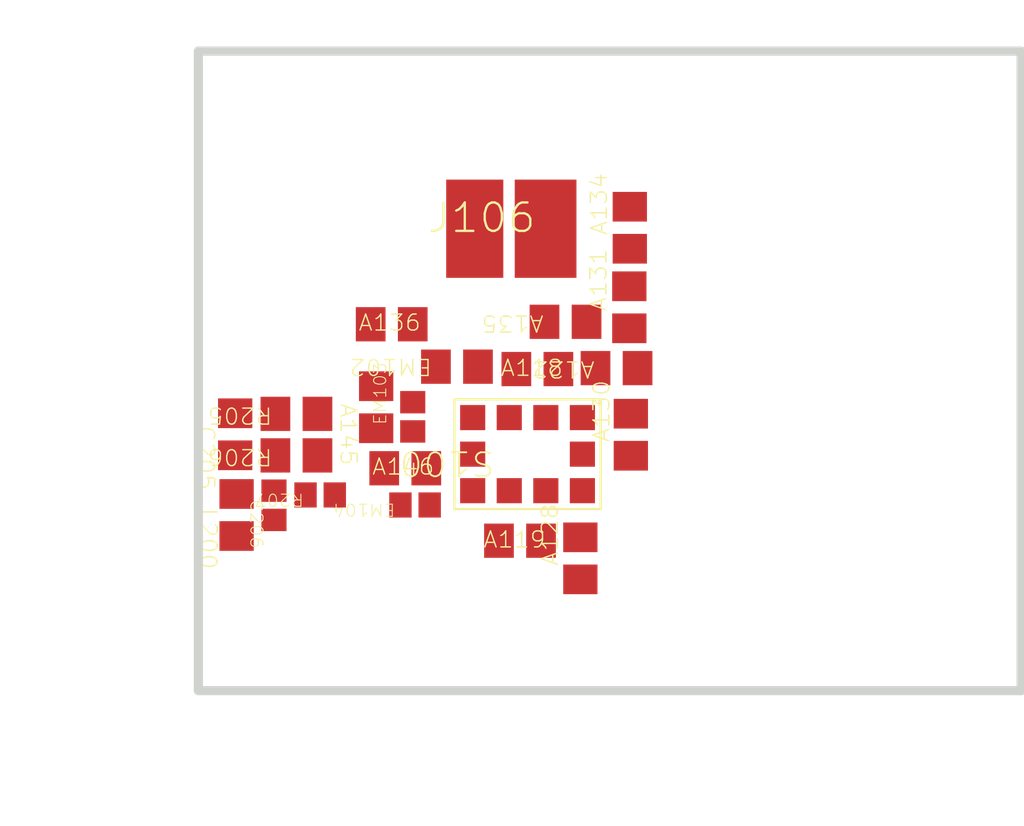
<source format=kicad_pcb>
(kicad_pcb (version 20171130) (host pcbnew "(5.1.0)-1")

  (general
    (thickness 1.6)
    (drawings 4)
    (tracks 0)
    (zones 0)
    (modules 22)
    (nets 21)
  )

  (page A4)
  (layers
    (0 F.Cu signal)
    (31 B.Cu signal)
    (32 B.Adhes user)
    (33 F.Adhes user)
    (34 B.Paste user)
    (35 F.Paste user)
    (36 B.SilkS user)
    (37 F.SilkS user)
    (38 B.Mask user)
    (39 F.Mask user)
    (40 Dwgs.User user)
    (41 Cmts.User user)
    (42 Eco1.User user)
    (43 Eco2.User user)
    (44 Edge.Cuts user)
    (45 Margin user)
    (46 B.CrtYd user)
    (47 F.CrtYd user)
    (48 B.Fab user)
    (49 F.Fab user)
  )

  (setup
    (last_trace_width 0.25)
    (trace_clearance 0.2)
    (zone_clearance 0.508)
    (zone_45_only no)
    (trace_min 0.2)
    (via_size 0.8)
    (via_drill 0.4)
    (via_min_size 0.4)
    (via_min_drill 0.3)
    (uvia_size 0.3)
    (uvia_drill 0.1)
    (uvias_allowed no)
    (uvia_min_size 0.2)
    (uvia_min_drill 0.1)
    (edge_width 0.05)
    (segment_width 0.2)
    (pcb_text_width 0.3)
    (pcb_text_size 1.5 1.5)
    (mod_edge_width 0.12)
    (mod_text_size 1 1)
    (mod_text_width 0.15)
    (pad_size 1.524 1.524)
    (pad_drill 0.762)
    (pad_to_mask_clearance 0.051)
    (solder_mask_min_width 0.25)
    (aux_axis_origin 0 0)
    (visible_elements FFFFFF7F)
    (pcbplotparams
      (layerselection 0x010fc_ffffffff)
      (usegerberextensions false)
      (usegerberattributes false)
      (usegerberadvancedattributes false)
      (creategerberjobfile false)
      (excludeedgelayer true)
      (linewidth 0.150000)
      (plotframeref false)
      (viasonmask false)
      (mode 1)
      (useauxorigin false)
      (hpglpennumber 1)
      (hpglpenspeed 20)
      (hpglpendiameter 15.000000)
      (psnegative false)
      (psa4output false)
      (plotreference true)
      (plotvalue true)
      (plotinvisibletext false)
      (padsonsilk false)
      (subtractmaskfromsilk false)
      (outputformat 1)
      (mirror false)
      (drillshape 1)
      (scaleselection 1)
      (outputdirectory ""))
  )

  (net 0 "")
  (net 1 CDC_MIC4_N)
  (net 2 CDC_MIC4_P)
  (net 3 GND)
  (net 4 N17753078)
  (net 5 N17753084)
  (net 6 N17753221)
  (net 7 N17753329)
  (net 8 N17753375)
  (net 9 N17753406)
  (net 10 N17753412)
  (net 11 N17753435)
  (net 12 N17753447)
  (net 13 N17753582)
  (net 14 N17757419)
  (net 15 N17757474)
  (net 16 N17757493)
  (net 17 SDR_RFFE8_CLK)
  (net 18 SDR_RFFE8_DATA)
  (net 19 VREG_L15B_1P8)
  (net 20 WCD_MIC_BIAS4)

  (net_class Default "This is the default net class."
    (clearance 0.2)
    (trace_width 0.25)
    (via_dia 0.8)
    (via_drill 0.4)
    (uvia_dia 0.3)
    (uvia_drill 0.1)
    (add_net CDC_MIC4_N)
    (add_net CDC_MIC4_P)
    (add_net GND)
    (add_net N17753078)
    (add_net N17753084)
    (add_net N17753221)
    (add_net N17753329)
    (add_net N17753375)
    (add_net N17753406)
    (add_net N17753412)
    (add_net N17753435)
    (add_net N17753447)
    (add_net N17753582)
    (add_net N17757419)
    (add_net N17757474)
    (add_net N17757493)
    (add_net SDR_RFFE8_CLK)
    (add_net SDR_RFFE8_DATA)
    (add_net VREG_L15B_1P8)
    (add_net WCD_MIC_BIAS4)
  )

  (module ANT_1_0X1_7_P2_HT1_45_HD_1 (layer F.Cu) (tedit 0) (tstamp 682E8C7C)
    (at 132.24804 386.94389 270)
    (attr smd)
    (fp_text reference J106 (at -0.119265 0.14683 unlocked) (layer F.SilkS)
      (effects (font (size 0.311029 0.32715) (thickness 0.0254)))
    )
    (fp_text value KEY_2P_ANT_1_0X1_7_P2_HT1_45_HD (at -0.237065 -3.674508 unlocked) (layer F.SilkS) hide
      (effects (font (size 0.311029 0.32715) (thickness 0.0254)))
    )
    (pad 1 smd rect (at 0 -0.55) (size 0.675 1.075) (layers F.Cu F.Paste F.Mask)
      (net 3 GND))
    (pad 2 smd rect (at 0 0.225) (size 0.625 1.075) (layers F.Cu F.Paste F.Mask)
      (net 3 GND))
  )

  (module IND0201-HT0_42_1 (layer F.Cu) (tedit 0) (tstamp 682E8C5F)
    (at 133.17824 390.5519 90)
    (attr smd)
    (fp_text reference A128 (at 0.25967 -0.332335 90 unlocked) (layer F.SilkS)
      (effects (font (size 0.174936 0.184002) (thickness 0.015)))
    )
    (fp_text value INDUCTOR_IND0201-HT0_42_3NH (at 0.133335 1.800023 unlocked) (layer F.SilkS) hide
      (effects (font (size 0.174936 0.184002) (thickness 0.015)))
    )
    (fp_line (start 0.23 0.884) (end 0.535 0.783) (layer B.Fab) (width 0.0254))
    (fp_line (start 3.112 0.15) (end 3.213 0.455) (layer B.Fab) (width 0.0254))
    (fp_line (start 3.112 0.76) (end 3.112 0.15) (layer B.Fab) (width 0.0254))
    (fp_line (start 3.011 0.455) (end 3.112 0.15) (layer B.Fab) (width 0.0254))
    (fp_line (start -0.046 0.15) (end 3.417 0.15) (layer B.Fab) (width 0.0254))
    (fp_line (start 0.554 -0.15) (end 3.417 -0.15) (layer B.Fab) (width 0.0254))
    (fp_line (start 3.011 -0.455) (end 3.112 -0.15) (layer B.Fab) (width 0.0254))
    (fp_line (start 3.112 -0.15) (end 3.213 -0.455) (layer B.Fab) (width 0.0254))
    (fp_line (start 3.112 -0.15) (end 3.112 -0.639) (layer B.Fab) (width 0.0254))
    (fp_line (start 0.23 0.884) (end 0.535 0.985) (layer B.Fab) (width 0.0254))
    (fp_line (start 0.3 1.39) (end 0.992 1.39) (layer B.Fab) (width 0.0254))
    (fp_line (start -0.23 1.189) (end -0.23 0.254) (layer B.Fab) (width 0.0254))
    (fp_line (start 0.3 1.39) (end 0.605 1.289) (layer B.Fab) (width 0.0254))
    (fp_line (start 0.3 1.695) (end 0.3 0.104) (layer B.Fab) (width 0.0254))
    (fp_line (start 0.23 1.189) (end 0.23 0.254) (layer B.Fab) (width 0.0254))
    (fp_line (start -0.3 1.695) (end -0.3 0.404) (layer B.Fab) (width 0.0254))
    (fp_line (start 0.3 1.39) (end 0.605 1.491) (layer B.Fab) (width 0.0254))
    (fp_line (start 0.23 0.884) (end 1.002 0.884) (layer B.Fab) (width 0.0254))
    (fp_line (start -0.535 0.783) (end -0.23 0.884) (layer B.Fab) (width 0.0254))
    (fp_line (start -0.535 0.985) (end -0.23 0.884) (layer B.Fab) (width 0.0254))
    (fp_line (start -0.84 0.884) (end -0.23 0.884) (layer B.Fab) (width 0.0254))
    (fp_line (start -0.605 1.289) (end -0.3 1.39) (layer B.Fab) (width 0.0254))
    (fp_line (start -0.605 1.491) (end -0.3 1.39) (layer B.Fab) (width 0.0254))
    (fp_line (start -0.91 1.39) (end -0.3 1.39) (layer B.Fab) (width 0.0254))
    (pad 1 smd rect (at -0.23 0) (size 0.375 0.325) (layers F.Cu F.Paste F.Mask)
      (net 3 GND))
    (pad 2 smd rect (at 0.23 0) (size 0.375 0.325) (layers F.Cu F.Paste F.Mask)
      (net 8 N17753375))
  )

  (module CAP01005_HT0_22_S0_38_1 (layer F.Cu) (tedit 0) (tstamp 682E8C5A)
    (at 129.82683 389.9711 270)
    (attr smd)
    (fp_text reference C206 (at 0.204 0.19204 270 unlocked) (layer F.SilkS)
      (effects (font (size 0.133299 0.140208) (thickness 0.01016)))
    )
    (fp_text value CAP_NP_CAP01005_HT0_22_S0_38_0. (at -0.1016 -1.5748 unlocked) (layer F.SilkS) hide
      (effects (font (size 0.133299 0.140208) (thickness 0.01016)))
    )
    (pad 1 smd rect (at -0.16 0) (size 0.275 0.245) (layers F.Cu F.Paste F.Mask)
      (net 20 WCD_MIC_BIAS4))
    (pad 2 smd rect (at 0.16 0) (size 0.275 0.245) (layers F.Cu F.Paste F.Mask)
      (net 3 GND))
  )

  (module CAP01005_HT0_22_NM_1 (layer F.Cu) (tedit 0) (tstamp 682E8C55)
    (at 131.34484 389.0027 90)
    (attr smd)
    (fp_text reference EM103 (at 0.2548 -0.3566 90 unlocked) (layer F.SilkS)
      (effects (font (size 0.133299 0.140208) (thickness 0.01016)))
    )
    (fp_text value CAP_NM_CAP01005_HT0_22_NM_NM (at 0.1016 1.4224 unlocked) (layer F.SilkS) hide
      (effects (font (size 0.133299 0.140208) (thickness 0.01016)))
    )
    (pad 1 smd rect (at -0.16 0) (size 0.275 0.245) (layers F.Cu F.Paste F.Mask)
      (net 11 N17753435))
    (pad 2 smd rect (at 0.16 0) (size 0.275 0.245) (layers F.Cu F.Paste F.Mask)
      (net 3 GND))
  )

  (module CAP01005_HT0_22_NM_2 (layer F.Cu) (tedit 0) (tstamp 682E8C50)
    (at 131.37014 389.9677 180)
    (attr smd)
    (fp_text reference EM104 (at 0.5596 -0.0518 180 unlocked) (layer F.SilkS)
      (effects (font (size 0.133299 0.140208) (thickness 0.01016)))
    )
    (fp_text value CAP_NM_CAP01005_HT0_22_NM_NM (at -1.4224 0.1016 unlocked) (layer F.SilkS) hide
      (effects (font (size 0.133299 0.140208) (thickness 0.01016)))
    )
    (pad 1 smd rect (at -0.16 0) (size 0.245 0.275) (layers F.Cu F.Paste F.Mask)
      (net 12 N17753447))
    (pad 2 smd rect (at 0.16 0) (size 0.245 0.275) (layers F.Cu F.Paste F.Mask)
      (net 3 GND))
  )

  (module RES01005_HT0_15_S0_38_1 (layer F.Cu) (tedit 0) (tstamp 682E8C4B)
    (at 130.33204 389.8579 180)
    (attr smd)
    (fp_text reference R207 (at 0.44784 -0.0518 180 unlocked) (layer F.SilkS)
      (effects (font (size 0.133299 0.140208) (thickness 0.01016)))
    )
    (fp_text value RES_RES01005_HT0_15_S0_38_0OHM (at -1.524 0.1016 unlocked) (layer F.SilkS) hide
      (effects (font (size 0.133299 0.140208) (thickness 0.01016)))
    )
    (pad 1 smd rect (at -0.16 0) (size 0.245 0.275) (layers F.Cu F.Paste F.Mask)
      (net 16 N17757493))
    (pad 2 smd rect (at 0.16 0) (size 0.245 0.275) (layers F.Cu F.Paste F.Mask)
      (net 3 GND))
  )

  (module CAP0201-HT0_33_NM_1 (layer F.Cu) (tedit 0) (tstamp 682E8C2E)
    (at 133.71934 386.93311 90)
    (attr smd)
    (fp_text reference A134 (at 0.25967 -0.337335 90 unlocked) (layer F.SilkS)
      (effects (font (size 0.174936 0.184002) (thickness 0.015)))
    )
    (fp_text value CAP_NM_CAP0201-HT0_33_NM_NM (at 0.133335 1.800023 unlocked) (layer F.SilkS) hide
      (effects (font (size 0.174936 0.184002) (thickness 0.015)))
    )
    (fp_line (start 2.226 0.15) (end 2.328 0.455) (layer B.Fab) (width 0.0254))
    (fp_line (start 0.23 0.636) (end 0.84 0.636) (layer B.Fab) (width 0.0254))
    (fp_line (start 2.226 0.573) (end 2.226 0.15) (layer B.Fab) (width 0.0254))
    (fp_line (start 2.125 0.455) (end 2.226 0.15) (layer B.Fab) (width 0.0254))
    (fp_line (start 0.554 0.15) (end 2.48 0.15) (layer B.Fab) (width 0.0254))
    (fp_line (start 0.23 0.636) (end 0.535 0.535) (layer B.Fab) (width 0.0254))
    (fp_line (start 2.125 -0.455) (end 2.226 -0.15) (layer B.Fab) (width 0.0254))
    (fp_line (start 0.554 -0.15) (end 2.48 -0.15) (layer B.Fab) (width 0.0254))
    (fp_line (start 2.226 -0.15) (end 2.328 -0.455) (layer B.Fab) (width 0.0254))
    (fp_line (start 2.226 -0.15) (end 2.226 -0.76) (layer B.Fab) (width 0.0254))
    (fp_line (start 0.23 0.89) (end 0.23 0.254) (layer B.Fab) (width 0.0254))
    (fp_line (start 0.3 1.272) (end 0.91 1.272) (layer B.Fab) (width 0.0254))
    (fp_line (start -0.23 0.89) (end -0.23 0.254) (layer B.Fab) (width 0.0254))
    (fp_line (start 0.3 1.272) (end 0.605 1.171) (layer B.Fab) (width 0.0254))
    (fp_line (start 0.3 1.272) (end 0.605 1.374) (layer B.Fab) (width 0.0254))
    (fp_line (start -0.3 1.526) (end -0.3 0.404) (layer B.Fab) (width 0.0254))
    (fp_line (start -0.535 0.535) (end -0.23 0.636) (layer B.Fab) (width 0.0254))
    (fp_line (start -0.535 0.738) (end -0.23 0.636) (layer B.Fab) (width 0.0254))
    (fp_line (start -0.841 0.636) (end -0.23 0.636) (layer B.Fab) (width 0.0254))
    (fp_line (start -0.605 1.171) (end -0.3 1.272) (layer B.Fab) (width 0.0254))
    (fp_line (start -0.605 1.374) (end -0.3 1.272) (layer B.Fab) (width 0.0254))
    (fp_line (start -0.841 1.272) (end -0.3 1.272) (layer B.Fab) (width 0.0254))
    (fp_line (start 0.23 0.636) (end 0.535 0.738) (layer B.Fab) (width 0.0254))
    (fp_line (start 0.3 1.526) (end 0.3 0.404) (layer B.Fab) (width 0.0254))
    (pad 1 smd rect (at -0.23 0) (size 0.375 0.325) (layers F.Cu F.Paste F.Mask)
      (net 13 N17753582))
    (pad 2 smd rect (at 0.23 0) (size 0.375 0.325) (layers F.Cu F.Paste F.Mask)
      (net 3 GND))
  )

  (module CAP0201-HT0_33_NM_2 (layer F.Cu) (tedit 0) (tstamp 682E8C11)
    (at 133.01613 387.9626 180)
    (attr smd)
    (fp_text reference A135 (at 0.57967 -0.017335 180 unlocked) (layer F.SilkS)
      (effects (font (size 0.174936 0.184002) (thickness 0.015)))
    )
    (fp_text value CAP_NM_CAP0201-HT0_33_NM_NM (at -1.800023 0.133335 unlocked) (layer F.SilkS) hide
      (effects (font (size 0.174936 0.184002) (thickness 0.015)))
    )
    (fp_line (start 2.226 0.15) (end 2.328 0.455) (layer B.Fab) (width 0.0254))
    (fp_line (start 0.23 0.636) (end 0.84 0.636) (layer B.Fab) (width 0.0254))
    (fp_line (start 2.226 0.573) (end 2.226 0.15) (layer B.Fab) (width 0.0254))
    (fp_line (start 2.125 0.455) (end 2.226 0.15) (layer B.Fab) (width 0.0254))
    (fp_line (start 0.554 0.15) (end 2.48 0.15) (layer B.Fab) (width 0.0254))
    (fp_line (start 0.23 0.636) (end 0.535 0.535) (layer B.Fab) (width 0.0254))
    (fp_line (start 2.125 -0.455) (end 2.226 -0.15) (layer B.Fab) (width 0.0254))
    (fp_line (start 0.554 -0.15) (end 2.48 -0.15) (layer B.Fab) (width 0.0254))
    (fp_line (start 2.226 -0.15) (end 2.328 -0.455) (layer B.Fab) (width 0.0254))
    (fp_line (start 2.226 -0.15) (end 2.226 -0.76) (layer B.Fab) (width 0.0254))
    (fp_line (start 0.23 0.89) (end 0.23 0.254) (layer B.Fab) (width 0.0254))
    (fp_line (start 0.3 1.272) (end 0.91 1.272) (layer B.Fab) (width 0.0254))
    (fp_line (start -0.23 0.89) (end -0.23 0.254) (layer B.Fab) (width 0.0254))
    (fp_line (start 0.3 1.272) (end 0.605 1.171) (layer B.Fab) (width 0.0254))
    (fp_line (start 0.3 1.272) (end 0.605 1.374) (layer B.Fab) (width 0.0254))
    (fp_line (start -0.3 1.526) (end -0.3 0.404) (layer B.Fab) (width 0.0254))
    (fp_line (start -0.535 0.535) (end -0.23 0.636) (layer B.Fab) (width 0.0254))
    (fp_line (start -0.535 0.738) (end -0.23 0.636) (layer B.Fab) (width 0.0254))
    (fp_line (start -0.841 0.636) (end -0.23 0.636) (layer B.Fab) (width 0.0254))
    (fp_line (start -0.605 1.171) (end -0.3 1.272) (layer B.Fab) (width 0.0254))
    (fp_line (start -0.605 1.374) (end -0.3 1.272) (layer B.Fab) (width 0.0254))
    (fp_line (start -0.841 1.272) (end -0.3 1.272) (layer B.Fab) (width 0.0254))
    (fp_line (start 0.23 0.636) (end 0.535 0.738) (layer B.Fab) (width 0.0254))
    (fp_line (start 0.3 1.526) (end 0.3 0.404) (layer B.Fab) (width 0.0254))
    (pad 1 smd rect (at -0.23 0) (size 0.325 0.375) (layers F.Cu F.Paste F.Mask)
      (net 4 N17753078))
    (pad 2 smd rect (at 0.23 0) (size 0.325 0.375) (layers F.Cu F.Paste F.Mask)
      (net 3 GND))
  )

  (module CAP0201-HT0_33_1 (layer F.Cu) (tedit 0) (tstamp 682E8BF4)
    (at 133.73073 389.19859 90)
    (attr smd)
    (fp_text reference A130 (at 0.25767 -0.321335 90 unlocked) (layer F.SilkS)
      (effects (font (size 0.174936 0.184002) (thickness 0.015)))
    )
    (fp_text value CAP_NP_CAP0201-HT0_33_0.4PF (at 0.133335 1.800023 unlocked) (layer F.SilkS) hide
      (effects (font (size 0.174936 0.184002) (thickness 0.015)))
    )
    (fp_line (start 2.226 0.15) (end 2.328 0.455) (layer B.Fab) (width 0.0254))
    (fp_line (start 0.23 0.636) (end 0.84 0.636) (layer B.Fab) (width 0.0254))
    (fp_line (start 2.226 0.573) (end 2.226 0.15) (layer B.Fab) (width 0.0254))
    (fp_line (start 2.125 0.455) (end 2.226 0.15) (layer B.Fab) (width 0.0254))
    (fp_line (start 0.554 0.15) (end 2.48 0.15) (layer B.Fab) (width 0.0254))
    (fp_line (start 0.23 0.636) (end 0.535 0.535) (layer B.Fab) (width 0.0254))
    (fp_line (start 2.125 -0.455) (end 2.226 -0.15) (layer B.Fab) (width 0.0254))
    (fp_line (start 0.554 -0.15) (end 2.48 -0.15) (layer B.Fab) (width 0.0254))
    (fp_line (start 2.226 -0.15) (end 2.328 -0.455) (layer B.Fab) (width 0.0254))
    (fp_line (start 2.226 -0.15) (end 2.226 -0.76) (layer B.Fab) (width 0.0254))
    (fp_line (start 0.23 0.89) (end 0.23 0.254) (layer B.Fab) (width 0.0254))
    (fp_line (start 0.3 1.272) (end 0.91 1.272) (layer B.Fab) (width 0.0254))
    (fp_line (start -0.23 0.89) (end -0.23 0.254) (layer B.Fab) (width 0.0254))
    (fp_line (start 0.3 1.272) (end 0.605 1.171) (layer B.Fab) (width 0.0254))
    (fp_line (start 0.3 1.272) (end 0.605 1.374) (layer B.Fab) (width 0.0254))
    (fp_line (start -0.3 1.526) (end -0.3 0.404) (layer B.Fab) (width 0.0254))
    (fp_line (start -0.535 0.535) (end -0.23 0.636) (layer B.Fab) (width 0.0254))
    (fp_line (start -0.535 0.738) (end -0.23 0.636) (layer B.Fab) (width 0.0254))
    (fp_line (start -0.841 0.636) (end -0.23 0.636) (layer B.Fab) (width 0.0254))
    (fp_line (start -0.605 1.171) (end -0.3 1.272) (layer B.Fab) (width 0.0254))
    (fp_line (start -0.605 1.374) (end -0.3 1.272) (layer B.Fab) (width 0.0254))
    (fp_line (start -0.841 1.272) (end -0.3 1.272) (layer B.Fab) (width 0.0254))
    (fp_line (start 0.23 0.636) (end 0.535 0.738) (layer B.Fab) (width 0.0254))
    (fp_line (start 0.3 1.526) (end 0.3 0.404) (layer B.Fab) (width 0.0254))
    (pad 1 smd rect (at -0.23 0) (size 0.375 0.325) (layers F.Cu F.Paste F.Mask)
      (net 10 N17753412))
    (pad 2 smd rect (at 0.23 0) (size 0.375 0.325) (layers F.Cu F.Paste F.Mask)
      (net 4 N17753078))
  )

  (module CAP0201-HT0_33_3 (layer F.Cu) (tedit 0) (tstamp 682E8BD7)
    (at 131.82854 388.4538 180)
    (attr smd)
    (fp_text reference EM102 (at 0.724338 -0.001335 180 unlocked) (layer F.SilkS)
      (effects (font (size 0.174936 0.184002) (thickness 0.015)))
    )
    (fp_text value CAP_NP_CAP0201-HT0_33_100PF (at -1.800023 0.133335 unlocked) (layer F.SilkS) hide
      (effects (font (size 0.174936 0.184002) (thickness 0.015)))
    )
    (fp_line (start 2.226 0.15) (end 2.328 0.455) (layer B.Fab) (width 0.0254))
    (fp_line (start 0.23 0.636) (end 0.84 0.636) (layer B.Fab) (width 0.0254))
    (fp_line (start 2.226 0.573) (end 2.226 0.15) (layer B.Fab) (width 0.0254))
    (fp_line (start 2.125 0.455) (end 2.226 0.15) (layer B.Fab) (width 0.0254))
    (fp_line (start 0.554 0.15) (end 2.48 0.15) (layer B.Fab) (width 0.0254))
    (fp_line (start 0.23 0.636) (end 0.535 0.535) (layer B.Fab) (width 0.0254))
    (fp_line (start 2.125 -0.455) (end 2.226 -0.15) (layer B.Fab) (width 0.0254))
    (fp_line (start 0.554 -0.15) (end 2.48 -0.15) (layer B.Fab) (width 0.0254))
    (fp_line (start 2.226 -0.15) (end 2.328 -0.455) (layer B.Fab) (width 0.0254))
    (fp_line (start 2.226 -0.15) (end 2.226 -0.76) (layer B.Fab) (width 0.0254))
    (fp_line (start 0.23 0.89) (end 0.23 0.254) (layer B.Fab) (width 0.0254))
    (fp_line (start 0.3 1.272) (end 0.91 1.272) (layer B.Fab) (width 0.0254))
    (fp_line (start -0.23 0.89) (end -0.23 0.254) (layer B.Fab) (width 0.0254))
    (fp_line (start 0.3 1.272) (end 0.605 1.171) (layer B.Fab) (width 0.0254))
    (fp_line (start 0.3 1.272) (end 0.605 1.374) (layer B.Fab) (width 0.0254))
    (fp_line (start -0.3 1.526) (end -0.3 0.404) (layer B.Fab) (width 0.0254))
    (fp_line (start -0.535 0.535) (end -0.23 0.636) (layer B.Fab) (width 0.0254))
    (fp_line (start -0.535 0.738) (end -0.23 0.636) (layer B.Fab) (width 0.0254))
    (fp_line (start -0.841 0.636) (end -0.23 0.636) (layer B.Fab) (width 0.0254))
    (fp_line (start -0.605 1.171) (end -0.3 1.272) (layer B.Fab) (width 0.0254))
    (fp_line (start -0.605 1.374) (end -0.3 1.272) (layer B.Fab) (width 0.0254))
    (fp_line (start -0.841 1.272) (end -0.3 1.272) (layer B.Fab) (width 0.0254))
    (fp_line (start 0.23 0.636) (end 0.535 0.738) (layer B.Fab) (width 0.0254))
    (fp_line (start 0.3 1.526) (end 0.3 0.404) (layer B.Fab) (width 0.0254))
    (pad 1 smd rect (at -0.23 0) (size 0.325 0.375) (layers F.Cu F.Paste F.Mask)
      (net 9 N17753406))
    (pad 2 smd rect (at 0.23 0) (size 0.325 0.375) (layers F.Cu F.Paste F.Mask)
      (net 3 GND))
  )

  (module CAP0201-HT0_33_4 (layer F.Cu) (tedit 0) (tstamp 682E8BBA)
    (at 129.40255 389.19389 270)
    (attr smd)
    (fp_text reference C205 (at 0.25767 0.318665 270 unlocked) (layer F.SilkS)
      (effects (font (size 0.174936 0.184002) (thickness 0.015)))
    )
    (fp_text value CAP_NP_CAP0201-HT0_33_33PF (at -0.133335 -1.733355 unlocked) (layer F.SilkS) hide
      (effects (font (size 0.174936 0.184002) (thickness 0.015)))
    )
    (fp_line (start 2.226 0.15) (end 2.328 0.455) (layer B.Fab) (width 0.0254))
    (fp_line (start 0.23 0.636) (end 0.84 0.636) (layer B.Fab) (width 0.0254))
    (fp_line (start 2.226 0.573) (end 2.226 0.15) (layer B.Fab) (width 0.0254))
    (fp_line (start 2.125 0.455) (end 2.226 0.15) (layer B.Fab) (width 0.0254))
    (fp_line (start 0.554 0.15) (end 2.48 0.15) (layer B.Fab) (width 0.0254))
    (fp_line (start 0.23 0.636) (end 0.535 0.535) (layer B.Fab) (width 0.0254))
    (fp_line (start 2.125 -0.455) (end 2.226 -0.15) (layer B.Fab) (width 0.0254))
    (fp_line (start 0.554 -0.15) (end 2.48 -0.15) (layer B.Fab) (width 0.0254))
    (fp_line (start 2.226 -0.15) (end 2.328 -0.455) (layer B.Fab) (width 0.0254))
    (fp_line (start 2.226 -0.15) (end 2.226 -0.76) (layer B.Fab) (width 0.0254))
    (fp_line (start 0.23 0.89) (end 0.23 0.254) (layer B.Fab) (width 0.0254))
    (fp_line (start 0.3 1.272) (end 0.91 1.272) (layer B.Fab) (width 0.0254))
    (fp_line (start -0.23 0.89) (end -0.23 0.254) (layer B.Fab) (width 0.0254))
    (fp_line (start 0.3 1.272) (end 0.605 1.171) (layer B.Fab) (width 0.0254))
    (fp_line (start 0.3 1.272) (end 0.605 1.374) (layer B.Fab) (width 0.0254))
    (fp_line (start -0.3 1.526) (end -0.3 0.404) (layer B.Fab) (width 0.0254))
    (fp_line (start -0.535 0.535) (end -0.23 0.636) (layer B.Fab) (width 0.0254))
    (fp_line (start -0.535 0.738) (end -0.23 0.636) (layer B.Fab) (width 0.0254))
    (fp_line (start -0.841 0.636) (end -0.23 0.636) (layer B.Fab) (width 0.0254))
    (fp_line (start -0.605 1.171) (end -0.3 1.272) (layer B.Fab) (width 0.0254))
    (fp_line (start -0.605 1.374) (end -0.3 1.272) (layer B.Fab) (width 0.0254))
    (fp_line (start -0.841 1.272) (end -0.3 1.272) (layer B.Fab) (width 0.0254))
    (fp_line (start 0.23 0.636) (end 0.535 0.738) (layer B.Fab) (width 0.0254))
    (fp_line (start 0.3 1.526) (end 0.3 0.404) (layer B.Fab) (width 0.0254))
    (pad 1 smd rect (at -0.23 0) (size 0.375 0.325) (layers F.Cu F.Paste F.Mask)
      (net 2 CDC_MIC4_P))
    (pad 2 smd rect (at 0.23 0) (size 0.375 0.325) (layers F.Cu F.Paste F.Mask)
      (net 1 CDC_MIC4_N))
  )

  (module IND0201-HT0_35_1 (layer F.Cu) (tedit 0) (tstamp 682E8B9D)
    (at 133.57413 388.4698 180)
    (attr smd)
    (fp_text reference A122 (at 0.57967 -0.012335 180 unlocked) (layer F.SilkS)
      (effects (font (size 0.174936 0.184002) (thickness 0.015)))
    )
    (fp_text value INDUCTOR_IND0201-HT0_35_1NH (at -1.800023 0.133335 unlocked) (layer F.SilkS) hide
      (effects (font (size 0.174936 0.184002) (thickness 0.015)))
    )
    (fp_line (start 0.23 0.884) (end 0.535 0.783) (layer B.Fab) (width 0.0254))
    (fp_line (start 3.112 0.15) (end 3.213 0.455) (layer B.Fab) (width 0.0254))
    (fp_line (start 3.112 0.76) (end 3.112 0.15) (layer B.Fab) (width 0.0254))
    (fp_line (start 3.011 0.455) (end 3.112 0.15) (layer B.Fab) (width 0.0254))
    (fp_line (start -0.046 0.15) (end 3.417 0.15) (layer B.Fab) (width 0.0254))
    (fp_line (start 0.554 -0.15) (end 3.417 -0.15) (layer B.Fab) (width 0.0254))
    (fp_line (start 3.011 -0.455) (end 3.112 -0.15) (layer B.Fab) (width 0.0254))
    (fp_line (start 3.112 -0.15) (end 3.213 -0.455) (layer B.Fab) (width 0.0254))
    (fp_line (start 3.112 -0.15) (end 3.112 -0.639) (layer B.Fab) (width 0.0254))
    (fp_line (start 0.23 0.884) (end 0.535 0.985) (layer B.Fab) (width 0.0254))
    (fp_line (start 0.3 1.39) (end 0.992 1.39) (layer B.Fab) (width 0.0254))
    (fp_line (start -0.23 1.189) (end -0.23 0.254) (layer B.Fab) (width 0.0254))
    (fp_line (start 0.3 1.39) (end 0.605 1.289) (layer B.Fab) (width 0.0254))
    (fp_line (start 0.3 1.695) (end 0.3 0.104) (layer B.Fab) (width 0.0254))
    (fp_line (start 0.23 1.189) (end 0.23 0.254) (layer B.Fab) (width 0.0254))
    (fp_line (start -0.3 1.695) (end -0.3 0.404) (layer B.Fab) (width 0.0254))
    (fp_line (start 0.3 1.39) (end 0.605 1.491) (layer B.Fab) (width 0.0254))
    (fp_line (start 0.23 0.884) (end 1.002 0.884) (layer B.Fab) (width 0.0254))
    (fp_line (start -0.535 0.783) (end -0.23 0.884) (layer B.Fab) (width 0.0254))
    (fp_line (start -0.535 0.985) (end -0.23 0.884) (layer B.Fab) (width 0.0254))
    (fp_line (start -0.84 0.884) (end -0.23 0.884) (layer B.Fab) (width 0.0254))
    (fp_line (start -0.605 1.289) (end -0.3 1.39) (layer B.Fab) (width 0.0254))
    (fp_line (start -0.605 1.491) (end -0.3 1.39) (layer B.Fab) (width 0.0254))
    (fp_line (start -0.91 1.39) (end -0.3 1.39) (layer B.Fab) (width 0.0254))
    (pad 1 smd rect (at -0.23 0) (size 0.325 0.375) (layers F.Cu F.Paste F.Mask)
      (net 4 N17753078))
    (pad 2 smd rect (at 0.23 0) (size 0.325 0.375) (layers F.Cu F.Paste F.Mask)
      (net 5 N17753084))
  )

  (module IND0201-HT0_35_2 (layer F.Cu) (tedit 0) (tstamp 682E8B80)
    (at 132.70824 388.4801)
    (attr smd)
    (fp_text reference A118 (at -0.06033 -0.012335 unlocked) (layer F.SilkS)
      (effects (font (size 0.174936 0.184002) (thickness 0.015)))
    )
    (fp_text value INDUCTOR_IND0201-HT0_35_11NH (at 1.86669 -0.133335 unlocked) (layer F.SilkS) hide
      (effects (font (size 0.174936 0.184002) (thickness 0.015)))
    )
    (fp_line (start 0.23 0.884) (end 0.535 0.783) (layer B.Fab) (width 0.0254))
    (fp_line (start 3.112 0.15) (end 3.213 0.455) (layer B.Fab) (width 0.0254))
    (fp_line (start 3.112 0.76) (end 3.112 0.15) (layer B.Fab) (width 0.0254))
    (fp_line (start 3.011 0.455) (end 3.112 0.15) (layer B.Fab) (width 0.0254))
    (fp_line (start -0.046 0.15) (end 3.417 0.15) (layer B.Fab) (width 0.0254))
    (fp_line (start 0.554 -0.15) (end 3.417 -0.15) (layer B.Fab) (width 0.0254))
    (fp_line (start 3.011 -0.455) (end 3.112 -0.15) (layer B.Fab) (width 0.0254))
    (fp_line (start 3.112 -0.15) (end 3.213 -0.455) (layer B.Fab) (width 0.0254))
    (fp_line (start 3.112 -0.15) (end 3.112 -0.639) (layer B.Fab) (width 0.0254))
    (fp_line (start 0.23 0.884) (end 0.535 0.985) (layer B.Fab) (width 0.0254))
    (fp_line (start 0.3 1.39) (end 0.992 1.39) (layer B.Fab) (width 0.0254))
    (fp_line (start -0.23 1.189) (end -0.23 0.254) (layer B.Fab) (width 0.0254))
    (fp_line (start 0.3 1.39) (end 0.605 1.289) (layer B.Fab) (width 0.0254))
    (fp_line (start 0.3 1.695) (end 0.3 0.104) (layer B.Fab) (width 0.0254))
    (fp_line (start 0.23 1.189) (end 0.23 0.254) (layer B.Fab) (width 0.0254))
    (fp_line (start -0.3 1.695) (end -0.3 0.404) (layer B.Fab) (width 0.0254))
    (fp_line (start 0.3 1.39) (end 0.605 1.491) (layer B.Fab) (width 0.0254))
    (fp_line (start 0.23 0.884) (end 1.002 0.884) (layer B.Fab) (width 0.0254))
    (fp_line (start -0.535 0.783) (end -0.23 0.884) (layer B.Fab) (width 0.0254))
    (fp_line (start -0.535 0.985) (end -0.23 0.884) (layer B.Fab) (width 0.0254))
    (fp_line (start -0.84 0.884) (end -0.23 0.884) (layer B.Fab) (width 0.0254))
    (fp_line (start -0.605 1.289) (end -0.3 1.39) (layer B.Fab) (width 0.0254))
    (fp_line (start -0.605 1.491) (end -0.3 1.39) (layer B.Fab) (width 0.0254))
    (fp_line (start -0.91 1.39) (end -0.3 1.39) (layer B.Fab) (width 0.0254))
    (pad 1 smd rect (at -0.23 0) (size 0.325 0.375) (layers F.Cu F.Paste F.Mask)
      (net 3 GND))
    (pad 2 smd rect (at 0.23 0) (size 0.325 0.375) (layers F.Cu F.Paste F.Mask)
      (net 7 N17753329))
  )

  (module IND0201-HT0_35_3 (layer F.Cu) (tedit 0) (tstamp 682E8B63)
    (at 132.51813 390.3587)
    (attr smd)
    (fp_text reference A119 (at -0.06033 -0.012335 unlocked) (layer F.SilkS)
      (effects (font (size 0.174936 0.184002) (thickness 0.015)))
    )
    (fp_text value INDUCTOR_IND0201-HT0_35_5.6NH (at 1.933358 -0.133335 unlocked) (layer F.SilkS) hide
      (effects (font (size 0.174936 0.184002) (thickness 0.015)))
    )
    (fp_line (start 0.23 0.884) (end 0.535 0.783) (layer B.Fab) (width 0.0254))
    (fp_line (start 3.112 0.15) (end 3.213 0.455) (layer B.Fab) (width 0.0254))
    (fp_line (start 3.112 0.76) (end 3.112 0.15) (layer B.Fab) (width 0.0254))
    (fp_line (start 3.011 0.455) (end 3.112 0.15) (layer B.Fab) (width 0.0254))
    (fp_line (start -0.046 0.15) (end 3.417 0.15) (layer B.Fab) (width 0.0254))
    (fp_line (start 0.554 -0.15) (end 3.417 -0.15) (layer B.Fab) (width 0.0254))
    (fp_line (start 3.011 -0.455) (end 3.112 -0.15) (layer B.Fab) (width 0.0254))
    (fp_line (start 3.112 -0.15) (end 3.213 -0.455) (layer B.Fab) (width 0.0254))
    (fp_line (start 3.112 -0.15) (end 3.112 -0.639) (layer B.Fab) (width 0.0254))
    (fp_line (start 0.23 0.884) (end 0.535 0.985) (layer B.Fab) (width 0.0254))
    (fp_line (start 0.3 1.39) (end 0.992 1.39) (layer B.Fab) (width 0.0254))
    (fp_line (start -0.23 1.189) (end -0.23 0.254) (layer B.Fab) (width 0.0254))
    (fp_line (start 0.3 1.39) (end 0.605 1.289) (layer B.Fab) (width 0.0254))
    (fp_line (start 0.3 1.695) (end 0.3 0.104) (layer B.Fab) (width 0.0254))
    (fp_line (start 0.23 1.189) (end 0.23 0.254) (layer B.Fab) (width 0.0254))
    (fp_line (start -0.3 1.695) (end -0.3 0.404) (layer B.Fab) (width 0.0254))
    (fp_line (start 0.3 1.39) (end 0.605 1.491) (layer B.Fab) (width 0.0254))
    (fp_line (start 0.23 0.884) (end 1.002 0.884) (layer B.Fab) (width 0.0254))
    (fp_line (start -0.535 0.783) (end -0.23 0.884) (layer B.Fab) (width 0.0254))
    (fp_line (start -0.535 0.985) (end -0.23 0.884) (layer B.Fab) (width 0.0254))
    (fp_line (start -0.84 0.884) (end -0.23 0.884) (layer B.Fab) (width 0.0254))
    (fp_line (start -0.605 1.289) (end -0.3 1.39) (layer B.Fab) (width 0.0254))
    (fp_line (start -0.605 1.491) (end -0.3 1.39) (layer B.Fab) (width 0.0254))
    (fp_line (start -0.91 1.39) (end -0.3 1.39) (layer B.Fab) (width 0.0254))
    (pad 1 smd rect (at -0.23 0) (size 0.325 0.375) (layers F.Cu F.Paste F.Mask)
      (net 3 GND))
    (pad 2 smd rect (at 0.23 0) (size 0.325 0.375) (layers F.Cu F.Paste F.Mask)
      (net 6 N17753221))
  )

  (module IND0201-HT0_35_4 (layer F.Cu) (tedit 0) (tstamp 682E8B46)
    (at 129.41804 390.07739 270)
    (attr smd)
    (fp_text reference L200 (at 0.25967 0.307665 270 unlocked) (layer F.SilkS)
      (effects (font (size 0.174936 0.184002) (thickness 0.015)))
    )
    (fp_text value INDUCTOR_IND0201-HT0_35_180NH (at -0.133335 -1.933358 unlocked) (layer F.SilkS) hide
      (effects (font (size 0.174936 0.184002) (thickness 0.015)))
    )
    (fp_line (start 0.23 0.884) (end 0.535 0.783) (layer B.Fab) (width 0.0254))
    (fp_line (start 3.112 0.15) (end 3.213 0.455) (layer B.Fab) (width 0.0254))
    (fp_line (start 3.112 0.76) (end 3.112 0.15) (layer B.Fab) (width 0.0254))
    (fp_line (start 3.011 0.455) (end 3.112 0.15) (layer B.Fab) (width 0.0254))
    (fp_line (start -0.046 0.15) (end 3.417 0.15) (layer B.Fab) (width 0.0254))
    (fp_line (start 0.554 -0.15) (end 3.417 -0.15) (layer B.Fab) (width 0.0254))
    (fp_line (start 3.011 -0.455) (end 3.112 -0.15) (layer B.Fab) (width 0.0254))
    (fp_line (start 3.112 -0.15) (end 3.213 -0.455) (layer B.Fab) (width 0.0254))
    (fp_line (start 3.112 -0.15) (end 3.112 -0.639) (layer B.Fab) (width 0.0254))
    (fp_line (start 0.23 0.884) (end 0.535 0.985) (layer B.Fab) (width 0.0254))
    (fp_line (start 0.3 1.39) (end 0.992 1.39) (layer B.Fab) (width 0.0254))
    (fp_line (start -0.23 1.189) (end -0.23 0.254) (layer B.Fab) (width 0.0254))
    (fp_line (start 0.3 1.39) (end 0.605 1.289) (layer B.Fab) (width 0.0254))
    (fp_line (start 0.3 1.695) (end 0.3 0.104) (layer B.Fab) (width 0.0254))
    (fp_line (start 0.23 1.189) (end 0.23 0.254) (layer B.Fab) (width 0.0254))
    (fp_line (start -0.3 1.695) (end -0.3 0.404) (layer B.Fab) (width 0.0254))
    (fp_line (start 0.3 1.39) (end 0.605 1.491) (layer B.Fab) (width 0.0254))
    (fp_line (start 0.23 0.884) (end 1.002 0.884) (layer B.Fab) (width 0.0254))
    (fp_line (start -0.535 0.783) (end -0.23 0.884) (layer B.Fab) (width 0.0254))
    (fp_line (start -0.535 0.985) (end -0.23 0.884) (layer B.Fab) (width 0.0254))
    (fp_line (start -0.84 0.884) (end -0.23 0.884) (layer B.Fab) (width 0.0254))
    (fp_line (start -0.605 1.289) (end -0.3 1.39) (layer B.Fab) (width 0.0254))
    (fp_line (start -0.605 1.491) (end -0.3 1.39) (layer B.Fab) (width 0.0254))
    (fp_line (start -0.91 1.39) (end -0.3 1.39) (layer B.Fab) (width 0.0254))
    (pad 1 smd rect (at -0.23 0) (size 0.375 0.325) (layers F.Cu F.Paste F.Mask)
      (net 20 WCD_MIC_BIAS4))
    (pad 2 smd rect (at 0.23 0) (size 0.375 0.325) (layers F.Cu F.Paste F.Mask)
      (net 15 N17757474))
  )

  (module RES0201-HT0_23_HD_1 (layer F.Cu) (tedit 0) (tstamp 682E8B29)
    (at 133.71393 387.8038 90)
    (attr smd)
    (fp_text reference A131 (at 0.29767 -0.337335 90 unlocked) (layer F.SilkS)
      (effects (font (size 0.174936 0.184002) (thickness 0.015)))
    )
    (fp_text value RES_RES0201-HT0_23_HD_0OHM (at 0.133335 1.733355 unlocked) (layer F.SilkS) hide
      (effects (font (size 0.174936 0.184002) (thickness 0.015)))
    )
    (fp_line (start 0.3 1.187) (end 0.94 1.187) (layer B.Fab) (width 0.0254))
    (fp_line (start 2.925 0.15) (end 3.027 0.455) (layer B.Fab) (width 0.0254))
    (fp_line (start 2.925 0.76) (end 2.925 0.15) (layer B.Fab) (width 0.0254))
    (fp_line (start 2.824 0.455) (end 2.925 0.15) (layer B.Fab) (width 0.0254))
    (fp_line (start 0.554 0.15) (end 3.23 0.15) (layer B.Fab) (width 0.0254))
    (fp_line (start 2.824 -0.455) (end 2.925 -0.15) (layer B.Fab) (width 0.0254))
    (fp_line (start 0.554 -0.15) (end 3.23 -0.15) (layer B.Fab) (width 0.0254))
    (fp_line (start 2.925 -0.15) (end 3.027 -0.455) (layer B.Fab) (width 0.0254))
    (fp_line (start 0.131 0.667) (end 0.23 0.667) (layer B.Fab) (width 0.0254))
    (fp_line (start 2.925 -0.15) (end 2.925 -1.132) (layer B.Fab) (width 0.0254))
    (fp_line (start 0.23 0.972) (end 0.23 0.254) (layer B.Fab) (width 0.0254))
    (fp_line (start 0.3 1.187) (end 0.605 1.086) (layer B.Fab) (width 0.0254))
    (fp_line (start -0.23 0.972) (end -0.23 0.254) (layer B.Fab) (width 0.0254))
    (fp_line (start 0.3 1.187) (end 0.605 1.289) (layer B.Fab) (width 0.0254))
    (fp_line (start -0.3 1.492) (end -0.3 0.404) (layer B.Fab) (width 0.0254))
    (fp_line (start 0.23 0.667) (end 0.535 0.566) (layer B.Fab) (width 0.0254))
    (fp_line (start -0.535 0.566) (end -0.23 0.667) (layer B.Fab) (width 0.0254))
    (fp_line (start -0.535 0.769) (end -0.23 0.667) (layer B.Fab) (width 0.0254))
    (fp_line (start -0.84 0.667) (end -0.23 0.667) (layer B.Fab) (width 0.0254))
    (fp_line (start -0.605 1.086) (end -0.3 1.187) (layer B.Fab) (width 0.0254))
    (fp_line (start -0.605 1.289) (end -0.3 1.187) (layer B.Fab) (width 0.0254))
    (fp_line (start -0.91 1.187) (end -0.3 1.187) (layer B.Fab) (width 0.0254))
    (fp_line (start 0.3 1.492) (end 0.3 0.404) (layer B.Fab) (width 0.0254))
    (fp_line (start 0.23 0.667) (end 0.535 0.769) (layer B.Fab) (width 0.0254))
    (pad 1 smd rect (at -0.23 0) (size 0.375 0.325) (layers F.Cu F.Paste F.Mask)
      (net 4 N17753078))
    (pad 2 smd rect (at 0.23 0) (size 0.375 0.325) (layers F.Cu F.Paste F.Mask)
      (net 13 N17753582))
  )

  (module RES0201-HT0_23_HD_2 (layer F.Cu) (tedit 0) (tstamp 682E8B0C)
    (at 130.94484 388.89771 270)
    (attr smd)
    (fp_text reference A145 (at 0.29767 0.302665 270 unlocked) (layer F.SilkS)
      (effects (font (size 0.174936 0.184002) (thickness 0.015)))
    )
    (fp_text value RES_RES0201-HT0_23_HD_0OHM (at -0.133335 -1.733355 unlocked) (layer F.SilkS) hide
      (effects (font (size 0.174936 0.184002) (thickness 0.015)))
    )
    (fp_line (start 0.3 1.187) (end 0.94 1.187) (layer B.Fab) (width 0.0254))
    (fp_line (start 2.925 0.15) (end 3.027 0.455) (layer B.Fab) (width 0.0254))
    (fp_line (start 2.925 0.76) (end 2.925 0.15) (layer B.Fab) (width 0.0254))
    (fp_line (start 2.824 0.455) (end 2.925 0.15) (layer B.Fab) (width 0.0254))
    (fp_line (start 0.554 0.15) (end 3.23 0.15) (layer B.Fab) (width 0.0254))
    (fp_line (start 2.824 -0.455) (end 2.925 -0.15) (layer B.Fab) (width 0.0254))
    (fp_line (start 0.554 -0.15) (end 3.23 -0.15) (layer B.Fab) (width 0.0254))
    (fp_line (start 2.925 -0.15) (end 3.027 -0.455) (layer B.Fab) (width 0.0254))
    (fp_line (start 0.131 0.667) (end 0.23 0.667) (layer B.Fab) (width 0.0254))
    (fp_line (start 2.925 -0.15) (end 2.925 -1.132) (layer B.Fab) (width 0.0254))
    (fp_line (start 0.23 0.972) (end 0.23 0.254) (layer B.Fab) (width 0.0254))
    (fp_line (start 0.3 1.187) (end 0.605 1.086) (layer B.Fab) (width 0.0254))
    (fp_line (start -0.23 0.972) (end -0.23 0.254) (layer B.Fab) (width 0.0254))
    (fp_line (start 0.3 1.187) (end 0.605 1.289) (layer B.Fab) (width 0.0254))
    (fp_line (start -0.3 1.492) (end -0.3 0.404) (layer B.Fab) (width 0.0254))
    (fp_line (start 0.23 0.667) (end 0.535 0.566) (layer B.Fab) (width 0.0254))
    (fp_line (start -0.535 0.566) (end -0.23 0.667) (layer B.Fab) (width 0.0254))
    (fp_line (start -0.535 0.769) (end -0.23 0.667) (layer B.Fab) (width 0.0254))
    (fp_line (start -0.84 0.667) (end -0.23 0.667) (layer B.Fab) (width 0.0254))
    (fp_line (start -0.605 1.086) (end -0.3 1.187) (layer B.Fab) (width 0.0254))
    (fp_line (start -0.605 1.289) (end -0.3 1.187) (layer B.Fab) (width 0.0254))
    (fp_line (start -0.91 1.187) (end -0.3 1.187) (layer B.Fab) (width 0.0254))
    (fp_line (start 0.3 1.492) (end 0.3 0.404) (layer B.Fab) (width 0.0254))
    (fp_line (start 0.23 0.667) (end 0.535 0.769) (layer B.Fab) (width 0.0254))
    (pad 1 smd rect (at -0.23 0) (size 0.375 0.325) (layers F.Cu F.Paste F.Mask)
      (net 18 SDR_RFFE8_DATA))
    (pad 2 smd rect (at 0.23 0) (size 0.375 0.325) (layers F.Cu F.Paste F.Mask)
      (net 11 N17753435))
  )

  (module RES0201-HT0_23_HD_3 (layer F.Cu) (tedit 0) (tstamp 682E8AEF)
    (at 131.26294 389.5657)
    (attr smd)
    (fp_text reference A146 (at -0.02233 -0.017335 unlocked) (layer F.SilkS)
      (effects (font (size 0.174936 0.184002) (thickness 0.015)))
    )
    (fp_text value RES_RES0201-HT0_23_HD_0OHM (at 1.733355 -0.133335 unlocked) (layer F.SilkS) hide
      (effects (font (size 0.174936 0.184002) (thickness 0.015)))
    )
    (fp_line (start 0.3 1.187) (end 0.94 1.187) (layer B.Fab) (width 0.0254))
    (fp_line (start 2.925 0.15) (end 3.027 0.455) (layer B.Fab) (width 0.0254))
    (fp_line (start 2.925 0.76) (end 2.925 0.15) (layer B.Fab) (width 0.0254))
    (fp_line (start 2.824 0.455) (end 2.925 0.15) (layer B.Fab) (width 0.0254))
    (fp_line (start 0.554 0.15) (end 3.23 0.15) (layer B.Fab) (width 0.0254))
    (fp_line (start 2.824 -0.455) (end 2.925 -0.15) (layer B.Fab) (width 0.0254))
    (fp_line (start 0.554 -0.15) (end 3.23 -0.15) (layer B.Fab) (width 0.0254))
    (fp_line (start 2.925 -0.15) (end 3.027 -0.455) (layer B.Fab) (width 0.0254))
    (fp_line (start 0.131 0.667) (end 0.23 0.667) (layer B.Fab) (width 0.0254))
    (fp_line (start 2.925 -0.15) (end 2.925 -1.132) (layer B.Fab) (width 0.0254))
    (fp_line (start 0.23 0.972) (end 0.23 0.254) (layer B.Fab) (width 0.0254))
    (fp_line (start 0.3 1.187) (end 0.605 1.086) (layer B.Fab) (width 0.0254))
    (fp_line (start -0.23 0.972) (end -0.23 0.254) (layer B.Fab) (width 0.0254))
    (fp_line (start 0.3 1.187) (end 0.605 1.289) (layer B.Fab) (width 0.0254))
    (fp_line (start -0.3 1.492) (end -0.3 0.404) (layer B.Fab) (width 0.0254))
    (fp_line (start 0.23 0.667) (end 0.535 0.566) (layer B.Fab) (width 0.0254))
    (fp_line (start -0.535 0.566) (end -0.23 0.667) (layer B.Fab) (width 0.0254))
    (fp_line (start -0.535 0.769) (end -0.23 0.667) (layer B.Fab) (width 0.0254))
    (fp_line (start -0.84 0.667) (end -0.23 0.667) (layer B.Fab) (width 0.0254))
    (fp_line (start -0.605 1.086) (end -0.3 1.187) (layer B.Fab) (width 0.0254))
    (fp_line (start -0.605 1.289) (end -0.3 1.187) (layer B.Fab) (width 0.0254))
    (fp_line (start -0.91 1.187) (end -0.3 1.187) (layer B.Fab) (width 0.0254))
    (fp_line (start 0.3 1.492) (end 0.3 0.404) (layer B.Fab) (width 0.0254))
    (fp_line (start 0.23 0.667) (end 0.535 0.769) (layer B.Fab) (width 0.0254))
    (pad 1 smd rect (at -0.23 0) (size 0.325 0.375) (layers F.Cu F.Paste F.Mask)
      (net 17 SDR_RFFE8_CLK))
    (pad 2 smd rect (at 0.23 0) (size 0.325 0.375) (layers F.Cu F.Paste F.Mask)
      (net 12 N17753447))
  )

  (module RES0201-HT0_23_HD_4 (layer F.Cu) (tedit 0) (tstamp 682E8AD2)
    (at 131.11474 387.9897)
    (attr smd)
    (fp_text reference A136 (at -0.02233 -0.017335 unlocked) (layer F.SilkS)
      (effects (font (size 0.174936 0.184002) (thickness 0.015)))
    )
    (fp_text value RES_RES0201-HT0_23_HD_0OHM (at 1.733355 -0.133335 unlocked) (layer F.SilkS) hide
      (effects (font (size 0.174936 0.184002) (thickness 0.015)))
    )
    (fp_line (start 0.3 1.187) (end 0.94 1.187) (layer B.Fab) (width 0.0254))
    (fp_line (start 2.925 0.15) (end 3.027 0.455) (layer B.Fab) (width 0.0254))
    (fp_line (start 2.925 0.76) (end 2.925 0.15) (layer B.Fab) (width 0.0254))
    (fp_line (start 2.824 0.455) (end 2.925 0.15) (layer B.Fab) (width 0.0254))
    (fp_line (start 0.554 0.15) (end 3.23 0.15) (layer B.Fab) (width 0.0254))
    (fp_line (start 2.824 -0.455) (end 2.925 -0.15) (layer B.Fab) (width 0.0254))
    (fp_line (start 0.554 -0.15) (end 3.23 -0.15) (layer B.Fab) (width 0.0254))
    (fp_line (start 2.925 -0.15) (end 3.027 -0.455) (layer B.Fab) (width 0.0254))
    (fp_line (start 0.131 0.667) (end 0.23 0.667) (layer B.Fab) (width 0.0254))
    (fp_line (start 2.925 -0.15) (end 2.925 -1.132) (layer B.Fab) (width 0.0254))
    (fp_line (start 0.23 0.972) (end 0.23 0.254) (layer B.Fab) (width 0.0254))
    (fp_line (start 0.3 1.187) (end 0.605 1.086) (layer B.Fab) (width 0.0254))
    (fp_line (start -0.23 0.972) (end -0.23 0.254) (layer B.Fab) (width 0.0254))
    (fp_line (start 0.3 1.187) (end 0.605 1.289) (layer B.Fab) (width 0.0254))
    (fp_line (start -0.3 1.492) (end -0.3 0.404) (layer B.Fab) (width 0.0254))
    (fp_line (start 0.23 0.667) (end 0.535 0.566) (layer B.Fab) (width 0.0254))
    (fp_line (start -0.535 0.566) (end -0.23 0.667) (layer B.Fab) (width 0.0254))
    (fp_line (start -0.535 0.769) (end -0.23 0.667) (layer B.Fab) (width 0.0254))
    (fp_line (start -0.84 0.667) (end -0.23 0.667) (layer B.Fab) (width 0.0254))
    (fp_line (start -0.605 1.086) (end -0.3 1.187) (layer B.Fab) (width 0.0254))
    (fp_line (start -0.605 1.289) (end -0.3 1.187) (layer B.Fab) (width 0.0254))
    (fp_line (start -0.91 1.187) (end -0.3 1.187) (layer B.Fab) (width 0.0254))
    (fp_line (start 0.3 1.492) (end 0.3 0.404) (layer B.Fab) (width 0.0254))
    (fp_line (start 0.23 0.667) (end 0.535 0.769) (layer B.Fab) (width 0.0254))
    (pad 1 smd rect (at -0.23 0) (size 0.325 0.375) (layers F.Cu F.Paste F.Mask)
      (net 19 VREG_L15B_1P8))
    (pad 2 smd rect (at 0.23 0) (size 0.325 0.375) (layers F.Cu F.Paste F.Mask)
      (net 9 N17753406))
  )

  (module RES0201-HT0_23_HD_5 (layer F.Cu) (tedit 0) (tstamp 682E8AB5)
    (at 130.07264 388.97009 180)
    (attr smd)
    (fp_text reference R205 (at 0.61767 -0.017335 180 unlocked) (layer F.SilkS)
      (effects (font (size 0.174936 0.184002) (thickness 0.015)))
    )
    (fp_text value RES_RES0201-HT0_23_HD_0OHM (at -1.733355 0.133335 unlocked) (layer F.SilkS) hide
      (effects (font (size 0.174936 0.184002) (thickness 0.015)))
    )
    (fp_line (start 0.3 1.187) (end 0.94 1.187) (layer B.Fab) (width 0.0254))
    (fp_line (start 2.925 0.15) (end 3.027 0.455) (layer B.Fab) (width 0.0254))
    (fp_line (start 2.925 0.76) (end 2.925 0.15) (layer B.Fab) (width 0.0254))
    (fp_line (start 2.824 0.455) (end 2.925 0.15) (layer B.Fab) (width 0.0254))
    (fp_line (start 0.554 0.15) (end 3.23 0.15) (layer B.Fab) (width 0.0254))
    (fp_line (start 2.824 -0.455) (end 2.925 -0.15) (layer B.Fab) (width 0.0254))
    (fp_line (start 0.554 -0.15) (end 3.23 -0.15) (layer B.Fab) (width 0.0254))
    (fp_line (start 2.925 -0.15) (end 3.027 -0.455) (layer B.Fab) (width 0.0254))
    (fp_line (start 0.131 0.667) (end 0.23 0.667) (layer B.Fab) (width 0.0254))
    (fp_line (start 2.925 -0.15) (end 2.925 -1.132) (layer B.Fab) (width 0.0254))
    (fp_line (start 0.23 0.972) (end 0.23 0.254) (layer B.Fab) (width 0.0254))
    (fp_line (start 0.3 1.187) (end 0.605 1.086) (layer B.Fab) (width 0.0254))
    (fp_line (start -0.23 0.972) (end -0.23 0.254) (layer B.Fab) (width 0.0254))
    (fp_line (start 0.3 1.187) (end 0.605 1.289) (layer B.Fab) (width 0.0254))
    (fp_line (start -0.3 1.492) (end -0.3 0.404) (layer B.Fab) (width 0.0254))
    (fp_line (start 0.23 0.667) (end 0.535 0.566) (layer B.Fab) (width 0.0254))
    (fp_line (start -0.535 0.566) (end -0.23 0.667) (layer B.Fab) (width 0.0254))
    (fp_line (start -0.535 0.769) (end -0.23 0.667) (layer B.Fab) (width 0.0254))
    (fp_line (start -0.84 0.667) (end -0.23 0.667) (layer B.Fab) (width 0.0254))
    (fp_line (start -0.605 1.086) (end -0.3 1.187) (layer B.Fab) (width 0.0254))
    (fp_line (start -0.605 1.289) (end -0.3 1.187) (layer B.Fab) (width 0.0254))
    (fp_line (start -0.91 1.187) (end -0.3 1.187) (layer B.Fab) (width 0.0254))
    (fp_line (start 0.3 1.492) (end 0.3 0.404) (layer B.Fab) (width 0.0254))
    (fp_line (start 0.23 0.667) (end 0.535 0.769) (layer B.Fab) (width 0.0254))
    (pad 1 smd rect (at -0.23 0) (size 0.325 0.375) (layers F.Cu F.Paste F.Mask)
      (net 14 N17757419))
    (pad 2 smd rect (at 0.23 0) (size 0.325 0.375) (layers F.Cu F.Paste F.Mask)
      (net 2 CDC_MIC4_P))
  )

  (module RES0201-HT0_23_HD_6 (layer F.Cu) (tedit 0) (tstamp 682E8A98)
    (at 130.07264 389.4251 180)
    (attr smd)
    (fp_text reference R206 (at 0.61767 -0.017335 180 unlocked) (layer F.SilkS)
      (effects (font (size 0.174936 0.184002) (thickness 0.015)))
    )
    (fp_text value RES_RES0201-HT0_23_HD_0OHM (at -1.733355 0.133335 unlocked) (layer F.SilkS) hide
      (effects (font (size 0.174936 0.184002) (thickness 0.015)))
    )
    (fp_line (start 0.3 1.187) (end 0.94 1.187) (layer B.Fab) (width 0.0254))
    (fp_line (start 2.925 0.15) (end 3.027 0.455) (layer B.Fab) (width 0.0254))
    (fp_line (start 2.925 0.76) (end 2.925 0.15) (layer B.Fab) (width 0.0254))
    (fp_line (start 2.824 0.455) (end 2.925 0.15) (layer B.Fab) (width 0.0254))
    (fp_line (start 0.554 0.15) (end 3.23 0.15) (layer B.Fab) (width 0.0254))
    (fp_line (start 2.824 -0.455) (end 2.925 -0.15) (layer B.Fab) (width 0.0254))
    (fp_line (start 0.554 -0.15) (end 3.23 -0.15) (layer B.Fab) (width 0.0254))
    (fp_line (start 2.925 -0.15) (end 3.027 -0.455) (layer B.Fab) (width 0.0254))
    (fp_line (start 0.131 0.667) (end 0.23 0.667) (layer B.Fab) (width 0.0254))
    (fp_line (start 2.925 -0.15) (end 2.925 -1.132) (layer B.Fab) (width 0.0254))
    (fp_line (start 0.23 0.972) (end 0.23 0.254) (layer B.Fab) (width 0.0254))
    (fp_line (start 0.3 1.187) (end 0.605 1.086) (layer B.Fab) (width 0.0254))
    (fp_line (start -0.23 0.972) (end -0.23 0.254) (layer B.Fab) (width 0.0254))
    (fp_line (start 0.3 1.187) (end 0.605 1.289) (layer B.Fab) (width 0.0254))
    (fp_line (start -0.3 1.492) (end -0.3 0.404) (layer B.Fab) (width 0.0254))
    (fp_line (start 0.23 0.667) (end 0.535 0.566) (layer B.Fab) (width 0.0254))
    (fp_line (start -0.535 0.566) (end -0.23 0.667) (layer B.Fab) (width 0.0254))
    (fp_line (start -0.535 0.769) (end -0.23 0.667) (layer B.Fab) (width 0.0254))
    (fp_line (start -0.84 0.667) (end -0.23 0.667) (layer B.Fab) (width 0.0254))
    (fp_line (start -0.605 1.086) (end -0.3 1.187) (layer B.Fab) (width 0.0254))
    (fp_line (start -0.605 1.289) (end -0.3 1.187) (layer B.Fab) (width 0.0254))
    (fp_line (start -0.91 1.187) (end -0.3 1.187) (layer B.Fab) (width 0.0254))
    (fp_line (start 0.3 1.492) (end 0.3 0.404) (layer B.Fab) (width 0.0254))
    (fp_line (start 0.23 0.667) (end 0.535 0.769) (layer B.Fab) (width 0.0254))
    (pad 1 smd rect (at -0.23 0) (size 0.325 0.375) (layers F.Cu F.Paste F.Mask)
      (net 16 N17757493))
    (pad 2 smd rect (at 0.23 0) (size 0.325 0.375) (layers F.Cu F.Paste F.Mask)
      (net 1 CDC_MIC4_N))
  )

  (module SMT1_2X1_6_PS0_4-HT0_5_P10_H6C (layer F.Cu) (tedit 0) (tstamp 682E8A87)
    (at 132.60064 389.41119 180)
    (attr smd)
    (fp_text reference S100 (at 0.88 -0.1 180 unlocked) (layer F.SilkS)
      (effects (font (size 0.2624 0.276) (thickness 0.02)))
    )
    (fp_text value QM13145_SMT1_2X1_6_PS0_4-HT0_5_ (at -3.1 0.2 unlocked) (layer F.SilkS) hide
      (effects (font (size 0.2624 0.276) (thickness 0.02)))
    )
    (fp_line (start -0.8 0.6) (end -0.8 -0.6) (layer F.SilkS) (width 0.0254))
    (fp_line (start -0.8 0.6) (end 0.8 0.6) (layer F.SilkS) (width 0.0254))
    (fp_line (start -0.8 -0.6) (end 0.8 -0.6) (layer F.SilkS) (width 0.0254))
    (fp_line (start 0.8 0.6) (end 0.8 -0.6) (layer F.SilkS) (width 0.0254))
    (pad 1 smd rect (at -0.6 0.4) (size 0.275 0.275) (layers F.Cu F.Paste F.Mask)
      (net 5 N17753084))
    (pad 2 smd rect (at -0.2 0.4) (size 0.275 0.275) (layers F.Cu F.Paste F.Mask)
      (net 7 N17753329))
    (pad 3 smd rect (at 0.2 0.4) (size 0.275 0.275) (layers F.Cu F.Paste F.Mask)
      (net 9 N17753406))
    (pad 4 smd rect (at 0.6 0.4) (size 0.275 0.275) (layers F.Cu F.Paste F.Mask)
      (net 9 N17753406))
    (pad 5 smd rect (at 0.6 0) (size 0.275 0.275) (layers F.Cu F.Paste F.Mask)
      (net 11 N17753435))
    (pad 6 smd rect (at 0.6 -0.4) (size 0.275 0.275) (layers F.Cu F.Paste F.Mask)
      (net 12 N17753447))
    (pad 7 smd rect (at 0.2 -0.4) (size 0.275 0.275) (layers F.Cu F.Paste F.Mask)
      (net 3 GND))
    (pad 8 smd rect (at -0.2 -0.4) (size 0.275 0.275) (layers F.Cu F.Paste F.Mask)
      (net 6 N17753221))
    (pad 9 smd rect (at -0.6 -0.4) (size 0.275 0.275) (layers F.Cu F.Paste F.Mask)
      (net 8 N17753375))
    (pad 10 smd rect (at -0.6 0) (size 0.275 0.275) (layers F.Cu F.Paste F.Mask)
      (net 10 N17753412))
  )

  (gr_line (start 129 392) (end 129 385) (layer Edge.Cuts) (width 0.1))
  (gr_line (start 138 392) (end 129 392) (layer Edge.Cuts) (width 0.1))
  (gr_line (start 138 385) (end 138 392) (layer Edge.Cuts) (width 0.1))
  (gr_line (start 129 385) (end 138 385) (layer Edge.Cuts) (width 0.1))

)

</source>
